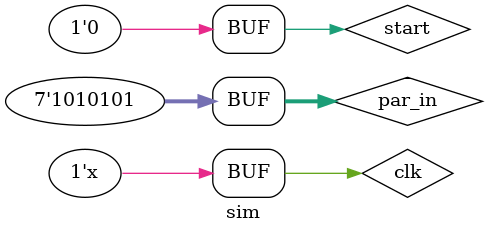
<source format=v>
`timescale 1ns / 1ps
module sim();
    // Inputs
    reg clk;
    reg start; 
    reg [6:0] par_in;
    // Output
    wire sclk;
    wire sclrn;
    wire sout;
    wire EN;
    // Instantiate the UUT
P2S P2S_inst(
    .clk(clk),
    .start(start),
    .par_in(par_in),
    .sclk(sclk),
    .sclrn(sclrn),
    .sout(sout),
    .EN(EN)
);
    initial begin
        start = 0;
        clk = 0;
        par_in = 7'b0101011;
        #250
        start = 1;
        #1;
        start = 0;
        #1;
        #125;
        #125;
        par_in = 7'b1010101;
        #250;
        start = 1;
        #1;
        start = 0;
        #1;
    end
    always begin
        clk <= ~clk;
        #5;
    end
endmodule
</source>
